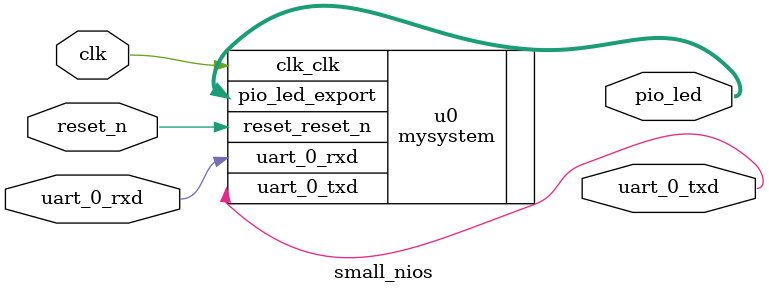
<source format=v>
module small_nios(

	input clk,
	input reset_n,
	input uart_0_rxd,
	
	output uart_0_txd,
	output [3:0]pio_led
);

    mysystem u0 (
        .clk_clk        (clk),        //     clk.clk
        .reset_reset_n  (reset_n),  //   reset.reset_n
        .uart_0_rxd     (uart_0_rxd),     //  uart_0.rxd
        .uart_0_txd     (uart_0_txd),     //        .txd
        .pio_led_export (pio_led)  // pio_led.export
    );

endmodule 

</source>
